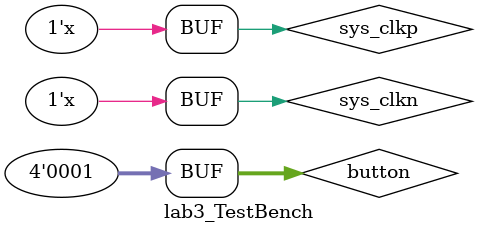
<source format=v>
`timescale 1ns / 1ps

module lab3_TestBench();
    //Declare wires and registers that will interface with the module under test
    //Registers are initilized to known states. Wires cannot be initilized.                 
    reg sys_clkn=1;
    wire sys_clkp;
    wire [7:0] led;
    reg [3:0] button;
    
    //Invoke the module that we like to test
    lab3_example ModuleUnderTest (.button(button),.led(led),.sys_clkn(sys_clkn),.sys_clkp(sys_clkp));
    
    // Generate a clock signal. The clock will change its state every 5ns.
    //Remember that the test module takes sys_clkp and sys_clkn as input clock signals.
    //From these two signals a clock signal, clk, is derived.
    //The LVDS clock signal, sys_clkn, is always in the opposite state than sys_clkp.     
    assign sys_clkp = ~sys_clkn;    
    always begin
        #5 sys_clkn = ~sys_clkn;
    end        
      
    initial begin          
            #0 button <= 4'b1111;                                                      
            #200 button <= 4'b1111;
            #20 button <= 4'b1011;
            #20 button <= 4'b1101;
            #20 button <= 4'b1011;
            #20 button <= 4'b0111;
            #20 button <= 4'b1101;
            #20 button <= 4'b0111;
            #20 button <= 4'b1101;
            #20 button <= 4'b0111;
            #20 button <= 4'b1011;
            #20 button <= 4'b1101;
            #20 button <= 4'b1011;
            #20 button <= 4'b0001;            
    end

endmodule

</source>
